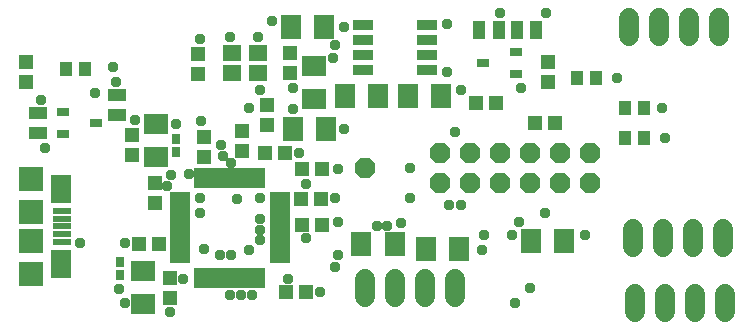
<source format=gbr>
G04 EAGLE Gerber RS-274X export*
G75*
%MOMM*%
%FSLAX34Y34*%
%LPD*%
%INSoldermask Top*%
%IPPOS*%
%AMOC8*
5,1,8,0,0,1.08239X$1,22.5*%
G01*
%ADD10R,1.593200X1.113200*%
%ADD11R,1.303200X1.203200*%
%ADD12R,1.803200X2.003200*%
%ADD13R,1.203200X1.303200*%
%ADD14R,2.003200X1.803200*%
%ADD15R,1.113200X1.593200*%
%ADD16R,1.103200X0.803200*%
%ADD17R,1.678200X0.503200*%
%ADD18R,0.503200X1.678200*%
%ADD19R,1.703200X0.853200*%
%ADD20R,1.553200X0.603200*%
%ADD21R,1.803200X2.403200*%
%ADD22R,2.103200X2.003200*%
%ADD23R,2.103200X2.103200*%
%ADD24C,1.727200*%
%ADD25P,1.869504X8X202.500000*%
%ADD26R,0.803200X0.953200*%
%ADD27R,1.103200X1.153200*%
%ADD28R,1.803200X2.006200*%
%ADD29R,2.006200X1.803200*%
%ADD30R,1.603200X1.403200*%
%ADD31P,1.869504X8X22.500000*%
%ADD32C,0.959600*%


D10*
X27940Y169600D03*
X27940Y186000D03*
D11*
X237100Y152400D03*
X220100Y152400D03*
X268850Y138430D03*
X251850Y138430D03*
X250580Y113030D03*
X267580Y113030D03*
D12*
X243810Y172720D03*
X271810Y172720D03*
D13*
X222250Y175650D03*
X222250Y192650D03*
X200660Y154060D03*
X200660Y171060D03*
X168910Y165980D03*
X168910Y148980D03*
D10*
X95250Y184840D03*
X95250Y201240D03*
D11*
X268850Y91440D03*
X251850Y91440D03*
D13*
X139700Y29600D03*
X139700Y46600D03*
D11*
X113420Y74930D03*
X130420Y74930D03*
D13*
X127000Y126610D03*
X127000Y109610D03*
D14*
X128270Y148560D03*
X128270Y176560D03*
X116840Y52100D03*
X116840Y24100D03*
D13*
X163830Y218830D03*
X163830Y235830D03*
X241300Y237100D03*
X241300Y220100D03*
D15*
X433760Y256540D03*
X450160Y256540D03*
X402010Y256540D03*
X418410Y256540D03*
D16*
X433100Y219100D03*
X433100Y238100D03*
X405100Y228600D03*
D17*
X148120Y116400D03*
X148120Y111400D03*
X148120Y106400D03*
X148120Y101400D03*
X148120Y96400D03*
X148120Y91400D03*
X148120Y86400D03*
X148120Y81400D03*
X148120Y76400D03*
X148120Y71400D03*
X148120Y66400D03*
X148120Y61400D03*
D18*
X163000Y46520D03*
X168000Y46520D03*
X173000Y46520D03*
X178000Y46520D03*
X183000Y46520D03*
X188000Y46520D03*
X193000Y46520D03*
X198000Y46520D03*
X203000Y46520D03*
X208000Y46520D03*
X213000Y46520D03*
X218000Y46520D03*
D17*
X232880Y61400D03*
X232880Y66400D03*
X232880Y71400D03*
X232880Y76400D03*
X232880Y81400D03*
X232880Y86400D03*
X232880Y91400D03*
X232880Y96400D03*
X232880Y101400D03*
X232880Y106400D03*
X232880Y111400D03*
X232880Y116400D03*
D18*
X218000Y131280D03*
X213000Y131280D03*
X208000Y131280D03*
X203000Y131280D03*
X198000Y131280D03*
X193000Y131280D03*
X188000Y131280D03*
X183000Y131280D03*
X178000Y131280D03*
X173000Y131280D03*
X168000Y131280D03*
X163000Y131280D03*
D19*
X303200Y260350D03*
X303200Y247650D03*
X303200Y234950D03*
X303200Y222250D03*
X357200Y222250D03*
X357200Y234950D03*
X357200Y247650D03*
X357200Y260350D03*
D16*
X49500Y187300D03*
X49500Y168300D03*
X77500Y177800D03*
D20*
X48710Y103170D03*
X48710Y96670D03*
X48710Y90170D03*
X48710Y83670D03*
X48710Y77170D03*
D21*
X47460Y121670D03*
X47460Y58670D03*
D22*
X21960Y130170D03*
D23*
X21960Y102170D03*
X21960Y78170D03*
D22*
X21960Y50170D03*
D24*
X304800Y45720D02*
X304800Y30480D01*
X330200Y30480D02*
X330200Y45720D01*
X355600Y45720D02*
X355600Y30480D01*
X381000Y30480D02*
X381000Y45720D01*
X609600Y33020D02*
X609600Y17780D01*
X584200Y17780D02*
X584200Y33020D01*
X558800Y33020D02*
X558800Y17780D01*
X533400Y17780D02*
X533400Y33020D01*
X604520Y251460D02*
X604520Y266700D01*
X579120Y266700D02*
X579120Y251460D01*
X553720Y251460D02*
X553720Y266700D01*
X528320Y266700D02*
X528320Y251460D01*
D25*
X495300Y152400D03*
X495300Y127000D03*
X469900Y152400D03*
X469900Y127000D03*
X444500Y152400D03*
X444500Y127000D03*
X419100Y152400D03*
X419100Y127000D03*
X393700Y152400D03*
X393700Y127000D03*
X368300Y152400D03*
X368300Y127000D03*
D24*
X608330Y87630D02*
X608330Y72390D01*
X582930Y72390D02*
X582930Y87630D01*
X557530Y87630D02*
X557530Y72390D01*
X532130Y72390D02*
X532130Y87630D01*
D26*
X97790Y49110D03*
X97790Y60110D03*
X144780Y164250D03*
X144780Y153250D03*
D27*
X541400Y190500D03*
X525400Y190500D03*
X541400Y165100D03*
X525400Y165100D03*
X500760Y215900D03*
X484760Y215900D03*
X67690Y223520D03*
X51690Y223520D03*
D13*
X399170Y194310D03*
X416170Y194310D03*
D28*
X356620Y71120D03*
X385060Y71120D03*
X302010Y74930D03*
X330450Y74930D03*
X473960Y77470D03*
X445520Y77470D03*
D13*
X448700Y177800D03*
X465700Y177800D03*
D11*
X459740Y229480D03*
X459740Y212480D03*
X107950Y167250D03*
X107950Y150250D03*
D28*
X242320Y259080D03*
X270760Y259080D03*
D29*
X261620Y197870D03*
X261620Y226310D03*
D28*
X369820Y200660D03*
X341380Y200660D03*
X316480Y200660D03*
X288040Y200660D03*
D11*
X17780Y229480D03*
X17780Y212480D03*
D30*
X214200Y237100D03*
X192200Y237100D03*
X192200Y220100D03*
X214200Y220100D03*
D11*
X254880Y34290D03*
X237880Y34290D03*
D31*
X304800Y139700D03*
D32*
X76200Y203200D03*
X91440Y224790D03*
X63500Y76200D03*
X101600Y25400D03*
X139700Y17780D03*
X101600Y76200D03*
X169190Y71400D03*
X165100Y114300D03*
X165100Y101600D03*
X140970Y133984D03*
X110490Y180340D03*
X93980Y212090D03*
X30480Y196850D03*
X165100Y248920D03*
X243840Y207010D03*
X190500Y250190D03*
X215900Y205740D03*
X207010Y69850D03*
X215900Y114300D03*
X196850Y113030D03*
X287020Y172720D03*
X207010Y190500D03*
X166370Y179070D03*
X248920Y152400D03*
X281940Y138430D03*
X279400Y114300D03*
X281940Y93980D03*
X266700Y34290D03*
X374650Y220980D03*
X436880Y207010D03*
X419100Y270510D03*
X458470Y270510D03*
X518160Y215900D03*
X556260Y190500D03*
X558800Y165100D03*
X34290Y156210D03*
X96520Y36830D03*
X151130Y45720D03*
X144780Y176530D03*
X243840Y189230D03*
X156194Y134194D03*
X255270Y125730D03*
X255270Y80010D03*
X240030Y45720D03*
X374650Y261620D03*
X226060Y264160D03*
X386080Y205740D03*
X403860Y69850D03*
X335280Y92710D03*
X491490Y82550D03*
X279400Y55880D03*
X324048Y90778D03*
X386080Y108176D03*
X406174Y82550D03*
X429260Y82550D03*
X182880Y158750D03*
X287020Y259080D03*
X184576Y149662D03*
X279400Y243840D03*
X191727Y143961D03*
X278130Y232410D03*
X137306Y124460D03*
X214630Y250190D03*
X281940Y66040D03*
X314960Y90170D03*
X375920Y108176D03*
X381000Y170180D03*
X342900Y114526D03*
X342900Y139700D03*
X215900Y78344D03*
X435610Y93980D03*
X215900Y87432D03*
X457200Y101600D03*
X182682Y66252D03*
X191770Y66040D03*
X191162Y31976D03*
X444500Y38100D03*
X200250Y31976D03*
X431800Y25400D03*
X209550Y31976D03*
X215900Y96520D03*
M02*

</source>
